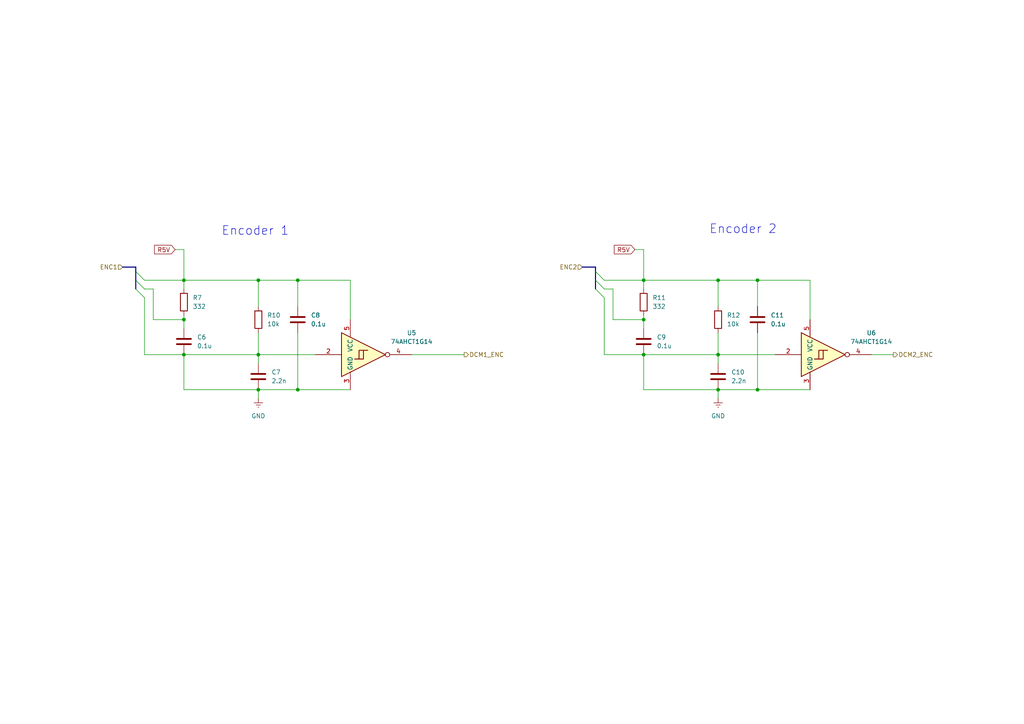
<source format=kicad_sch>
(kicad_sch (version 20231120) (generator "eeschema") (generator_version "8.0")
  (paper "A4")
  (title_block (title "DC Motor Encoders") (rev "1") (company "ESE - Conestoga"))
  (lib_symbols
    (symbol "74xGxx:74AHCT1G14"
      (property "Reference" "U" (at 0 3.81 0))
      (property "Value" "74AHCT1G14" (at 0 -3.81 0))
      (symbol "74AHCT1G14_0_1"
        (polyline (pts (xy -7.62 6.35) (xy -7.62 -6.35) (xy 5.08 0) (xy -7.62 6.35)) (stroke (width 0.254)) (fill (type background)))
      )
      (symbol "74AHCT1G14_1_1"
        (polyline (pts (xy -3.81 -1.27) (xy -1.27 -1.27) (xy -1.27 1.27)) (stroke (width 0.254)))
        (polyline (pts (xy -2.54 -1.27) (xy -2.54 1.27) (xy 0 1.27)) (stroke (width 0.254)))
        (pin no_connect line (at -7.62 5.08 180) (length 5.08) hide (name "NC") (number "1"))
        (pin input line (at -15.24 0 0) (length 7.62) (name "~") (number "2"))
        (pin power_in line (at -5.08 -10.16 90) (length 5.08) (name "GND") (number "3"))
        (pin output inverted (at 12.7 0 180) (length 7.62) (name "~") (number "4"))
        (pin power_in line (at -5.08 10.16 270) (length 5.08) (name "VCC") (number "5"))
      )
    )
    (symbol "Device:C" (pin_numbers hide) (pin_names (offset 0.254))
      (property "Reference" "C" (at 0.635 2.54 0))
      (property "Value" "C" (at 0.635 -2.54 0))
      (symbol "C_0_1"
        (polyline (pts (xy -2.032 -0.762) (xy 2.032 -0.762)) (stroke (width 0.508)))
        (polyline (pts (xy -2.032 0.762) (xy 2.032 0.762)) (stroke (width 0.508)))
      )
      (symbol "C_1_1"
        (pin passive line (at 0 3.81 270) (length 2.794) (name "~") (number "1"))
        (pin passive line (at 0 -3.81 90) (length 2.794) (name "~") (number "2"))
      )
    )
    (symbol "Device:R" (pin_numbers hide) (pin_names (offset 0))
      (property "Reference" "R" (at 2.032 0 90))
      (property "Value" "R" (at 0 0 90))
      (symbol "R_0_1"
        (rectangle (start -1.016 -2.54) (end 1.016 2.54) (stroke (width 0.254)))
      )
      (symbol "R_1_1"
        (pin passive line (at 0 3.81 270) (length 1.27) (name "~") (number "1"))
        (pin passive line (at 0 -3.81 90) (length 1.27) (name "~") (number "2"))
      )
    )
    (symbol "power:GNDREF" (power) (pin_numbers hide) (pin_names (offset 0) hide)
      (property "Value" "GNDREF" (at 0 -3.81 0))
      (symbol "GNDREF_0_1"
        (polyline (pts (xy -0.635 -1.905) (xy 0.635 -1.905)))
        (polyline (pts (xy -0.127 -2.54) (xy 0.127 -2.54)))
        (polyline (pts (xy 0 -1.27) (xy 0 0)))
        (polyline (pts (xy 1.27 -1.27) (xy -1.27 -1.27)))
      )
      (symbol "GNDREF_1_1"
        (pin power_in line (at 0 0 270) (length 0) (name "~") (number "1"))
      )
    )
  )
  (junction (at 208.28 113.03))
  (junction (at 219.71 81.28))
  (junction (at 86.36 81.28))
  (junction (at 219.71 113.03))
  (junction (at 86.36 113.03))
  (junction (at 74.93 81.28))
  (junction (at 53.34 92.71))
  (junction (at 53.34 81.28))
  (junction (at 186.69 92.71))
  (junction (at 186.69 81.28))
  (junction (at 208.28 102.87))
  (junction (at 186.69 102.87))
  (junction (at 53.34 102.87))
  (junction (at 74.93 113.03))
  (junction (at 74.93 102.87))
  (junction (at 208.28 81.28))
  (bus_entry (at 39.37 81.28) (size 2.54 2.54))
  (bus_entry (at 39.37 78.74) (size 2.54 2.54))
  (bus_entry (at 172.72 83.82) (size 2.54 2.54))
  (bus_entry (at 172.72 78.74) (size 2.54 2.54))
  (bus_entry (at 39.37 83.82) (size 2.54 2.54))
  (bus_entry (at 172.72 81.28) (size 2.54 2.54))
  (wire (pts (xy 219.71 96.52) (xy 219.71 113.03)))
  (wire (pts (xy 44.45 83.82) (xy 44.45 92.71)))
  (wire (pts (xy 41.91 83.82) (xy 44.45 83.82)))
  (wire (pts (xy 208.28 88.9) (xy 208.28 81.28)))
  (wire (pts (xy 175.26 102.87) (xy 186.69 102.87)))
  (wire (pts (xy 53.34 102.87) (xy 53.34 113.03)))
  (wire (pts (xy 177.8 92.71) (xy 186.69 92.71)))
  (wire (pts (xy 208.28 113.03) (xy 219.71 113.03)))
  (wire (pts (xy 208.28 105.41) (xy 208.28 102.87)))
  (wire (pts (xy 74.93 102.87) (xy 91.44 102.87)))
  (wire (pts (xy 252.73 102.87) (xy 259.08 102.87)))
  (wire (pts (xy 101.6 92.71) (xy 101.6 81.28)))
  (wire (pts (xy 177.8 83.82) (xy 177.8 92.71)))
  (wire (pts (xy 53.34 113.03) (xy 74.93 113.03)))
  (wire (pts (xy 86.36 81.28) (xy 101.6 81.28)))
  (wire (pts (xy 53.34 91.44) (xy 53.34 92.71)))
  (bus (pts (xy 172.72 77.47) (xy 172.72 78.74)))
  (wire (pts (xy 186.69 92.71) (xy 186.69 95.25)))
  (wire (pts (xy 74.93 81.28) (xy 53.34 81.28)))
  (wire (pts (xy 184.15 72.39) (xy 186.69 72.39)))
  (wire (pts (xy 44.45 92.71) (xy 53.34 92.71)))
  (wire (pts (xy 74.93 81.28) (xy 86.36 81.28)))
  (bus (pts (xy 39.37 81.28) (xy 39.37 83.82)))
  (bus (pts (xy 35.56 77.47) (xy 39.37 77.47)))
  (wire (pts (xy 234.95 92.71) (xy 234.95 81.28)))
  (wire (pts (xy 175.26 81.28) (xy 186.69 81.28)))
  (wire (pts (xy 186.69 102.87) (xy 186.69 113.03)))
  (wire (pts (xy 86.36 96.52) (xy 86.36 113.03)))
  (wire (pts (xy 53.34 81.28) (xy 53.34 83.82)))
  (bus (pts (xy 168.91 77.47) (xy 172.72 77.47)))
  (wire (pts (xy 186.69 91.44) (xy 186.69 92.71)))
  (wire (pts (xy 86.36 81.28) (xy 86.36 88.9)))
  (bus (pts (xy 39.37 77.47) (xy 39.37 78.74)))
  (wire (pts (xy 119.38 102.87) (xy 134.62 102.87)))
  (wire (pts (xy 175.26 83.82) (xy 177.8 83.82)))
  (wire (pts (xy 219.71 81.28) (xy 234.95 81.28)))
  (wire (pts (xy 186.69 72.39) (xy 186.69 81.28)))
  (bus (pts (xy 172.72 78.74) (xy 172.72 81.28)))
  (wire (pts (xy 53.34 92.71) (xy 53.34 95.25)))
  (wire (pts (xy 74.93 113.03) (xy 86.36 113.03)))
  (wire (pts (xy 219.71 113.03) (xy 234.95 113.03)))
  (wire (pts (xy 53.34 72.39) (xy 53.34 81.28)))
  (wire (pts (xy 74.93 113.03) (xy 74.93 115.57)))
  (wire (pts (xy 208.28 102.87) (xy 224.79 102.87)))
  (wire (pts (xy 208.28 81.28) (xy 219.71 81.28)))
  (wire (pts (xy 41.91 102.87) (xy 53.34 102.87)))
  (wire (pts (xy 208.28 96.52) (xy 208.28 102.87)))
  (wire (pts (xy 74.93 96.52) (xy 74.93 102.87)))
  (wire (pts (xy 86.36 113.03) (xy 101.6 113.03)))
  (wire (pts (xy 50.8 72.39) (xy 53.34 72.39)))
  (wire (pts (xy 74.93 88.9) (xy 74.93 81.28)))
  (wire (pts (xy 41.91 81.28) (xy 53.34 81.28)))
  (wire (pts (xy 53.34 102.87) (xy 74.93 102.87)))
  (bus (pts (xy 39.37 78.74) (xy 39.37 81.28)))
  (wire (pts (xy 219.71 81.28) (xy 219.71 88.9)))
  (wire (pts (xy 41.91 86.36) (xy 41.91 102.87)))
  (bus (pts (xy 172.72 81.28) (xy 172.72 83.82)))
  (wire (pts (xy 208.28 81.28) (xy 186.69 81.28)))
  (wire (pts (xy 208.28 113.03) (xy 208.28 115.57)))
  (wire (pts (xy 186.69 102.87) (xy 208.28 102.87)))
  (wire (pts (xy 74.93 105.41) (xy 74.93 102.87)))
  (wire (pts (xy 186.69 113.03) (xy 208.28 113.03)))
  (wire (pts (xy 186.69 81.28) (xy 186.69 83.82)))
  (wire (pts (xy 175.26 86.36) (xy 175.26 102.87)))
  (text "Encoder 2	" (at 220.726 66.548 0) (effects (font (size 2.54 2.54))))
  (text "Encoder 1	" (at 79.248 67.056 0) (effects (font (size 2.54 2.54))))
  (global_label "R5V" (shape input) (at 50.8 72.39 180) (property "Intersheetrefs" "${INTERSHEET_REFS}" (effects (hide yes))))
  (global_label "R5V" (shape input) (at 184.15 72.39 180) (property "Intersheetrefs" "${INTERSHEET_REFS}" (effects (hide yes))))
  (hierarchical_label "ENC1" (shape input) (at 35.56 77.47 180))
  (hierarchical_label "ENC2" (shape input) (at 168.91 77.47 180))
  (hierarchical_label "DCM1_ENC" (shape output) (at 134.62 102.87 0))
  (hierarchical_label "DCM2_ENC" (shape output) (at 259.08 102.87 0))
  (symbol (lib_id "Device:R") (at 186.69 87.63 0) (unit 1)
    (property "Reference" "R11" (at 189.23 86.3599 0) (effects (justify left)))
    (property "Value" "332" (at 189.23 88.8999 0) (effects (justify left)))
    (property "Description" "Resistor" (effects (hide yes)))
  )
  (symbol (lib_id "power:GNDREF") (at 208.28 115.57 0) (unit 1)
    (property "Reference" "#PWR09" (effects (hide yes)))
    (property "Value" "GND" (at 208.28 120.65 0))
    (property "Description" "Power symbol creates a global label with name \"GNDREF\" , reference supply ground" (effects (hide yes)))
  )
  (symbol (lib_id "Device:C") (at 219.71 92.71 0) (unit 1)
    (property "Reference" "C11" (at 223.52 91.4399 0) (effects (justify left)))
    (property "Value" "0.1u" (at 223.52 93.9799 0) (effects (justify left)))
    (property "Description" "Unpolarized capacitor" (effects (hide yes)))
  )
  (symbol (lib_id "Device:R") (at 74.93 92.71 0) (unit 1)
    (property "Reference" "R10" (at 77.47 91.4399 0) (effects (justify left)))
    (property "Value" "10k" (at 77.47 93.9799 0) (effects (justify left)))
    (property "Description" "Resistor" (effects (hide yes)))
  )
  (symbol (lib_id "Device:C") (at 186.69 99.06 0) (unit 1)
    (property "Reference" "C9" (at 190.5 97.7899 0) (effects (justify left)))
    (property "Value" "0.1u" (at 190.5 100.3299 0) (effects (justify left)))
    (property "Description" "Unpolarized capacitor" (effects (hide yes)))
  )
  (symbol (lib_id "74xGxx:74AHCT1G14") (at 240.03 102.87 0) (unit 1)
    (property "Reference" "U6" (at 252.73 96.5514 0))
    (property "Value" "74AHCT1G14" (at 252.73 99.0914 0))
    (property "Datasheet" "https://www.ti.com/lit/sg/scyt129e/scyt129e.pdf" (effects (hide yes)))
    (property "Description" "Single Schmitt NOT Gate, Low-Voltage CMOS" (effects (hide yes)))
  )
  (symbol (lib_id "Device:R") (at 53.34 87.63 0) (unit 1)
    (property "Reference" "R7" (at 55.88 86.3599 0) (effects (justify left)))
    (property "Value" "332" (at 55.88 88.8999 0) (effects (justify left)))
    (property "Description" "Resistor" (effects (hide yes)))
  )
  (symbol (lib_id "Device:C") (at 74.93 109.22 0) (unit 1)
    (property "Reference" "C7" (at 78.74 107.9499 0) (effects (justify left)))
    (property "Value" "2.2n" (at 78.74 110.4899 0) (effects (justify left)))
    (property "Description" "Unpolarized capacitor" (effects (hide yes)))
  )
  (symbol (lib_id "Device:C") (at 208.28 109.22 0) (unit 1)
    (property "Reference" "C10" (at 212.09 107.9499 0) (effects (justify left)))
    (property "Value" "2.2n" (at 212.09 110.4899 0) (effects (justify left)))
    (property "Description" "Unpolarized capacitor" (effects (hide yes)))
  )
  (symbol (lib_id "power:GNDREF") (at 74.93 115.57 0) (unit 1)
    (property "Reference" "#PWR010" (effects (hide yes)))
    (property "Value" "GND" (at 74.93 120.65 0))
    (property "Description" "Power symbol creates a global label with name \"GNDREF\" , reference supply ground" (effects (hide yes)))
  )
  (symbol (lib_id "Device:C") (at 53.34 99.06 0) (unit 1)
    (property "Reference" "C6" (at 57.15 97.7899 0) (effects (justify left)))
    (property "Value" "0.1u" (at 57.15 100.3299 0) (effects (justify left)))
    (property "Description" "Unpolarized capacitor" (effects (hide yes)))
  )
  (symbol (lib_id "Device:R") (at 208.28 92.71 0) (unit 1)
    (property "Reference" "R12" (at 210.82 91.4399 0) (effects (justify left)))
    (property "Value" "10k" (at 210.82 93.9799 0) (effects (justify left)))
    (property "Description" "Resistor" (effects (hide yes)))
  )
  (symbol (lib_id "74xGxx:74AHCT1G14") (at 106.68 102.87 0) (unit 1)
    (property "Reference" "U5" (at 119.38 96.5514 0))
    (property "Value" "74AHCT1G14" (at 119.38 99.0914 0))
    (property "Datasheet" "https://www.ti.com/lit/sg/scyt129e/scyt129e.pdf" (effects (hide yes)))
    (property "Description" "Single Schmitt NOT Gate, Low-Voltage CMOS" (effects (hide yes)))
  )
  (symbol (lib_id "Device:C") (at 86.36 92.71 0) (unit 1)
    (property "Reference" "C8" (at 90.17 91.4399 0) (effects (justify left)))
    (property "Value" "0.1u" (at 90.17 93.9799 0) (effects (justify left)))
    (property "Description" "Unpolarized capacitor" (effects (hide yes)))
  )
)
</source>
